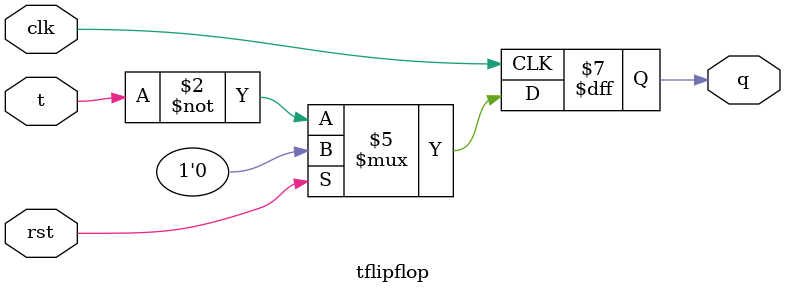
<source format=v>
module tflipflop(clk,rst,t,q);
input clk,rst,t;
output reg q;
initial
q=1'b1;
always @(posedge clk)
begin
if(rst)
q=1'b0;
else
q=(~t);
end
endmodule

</source>
